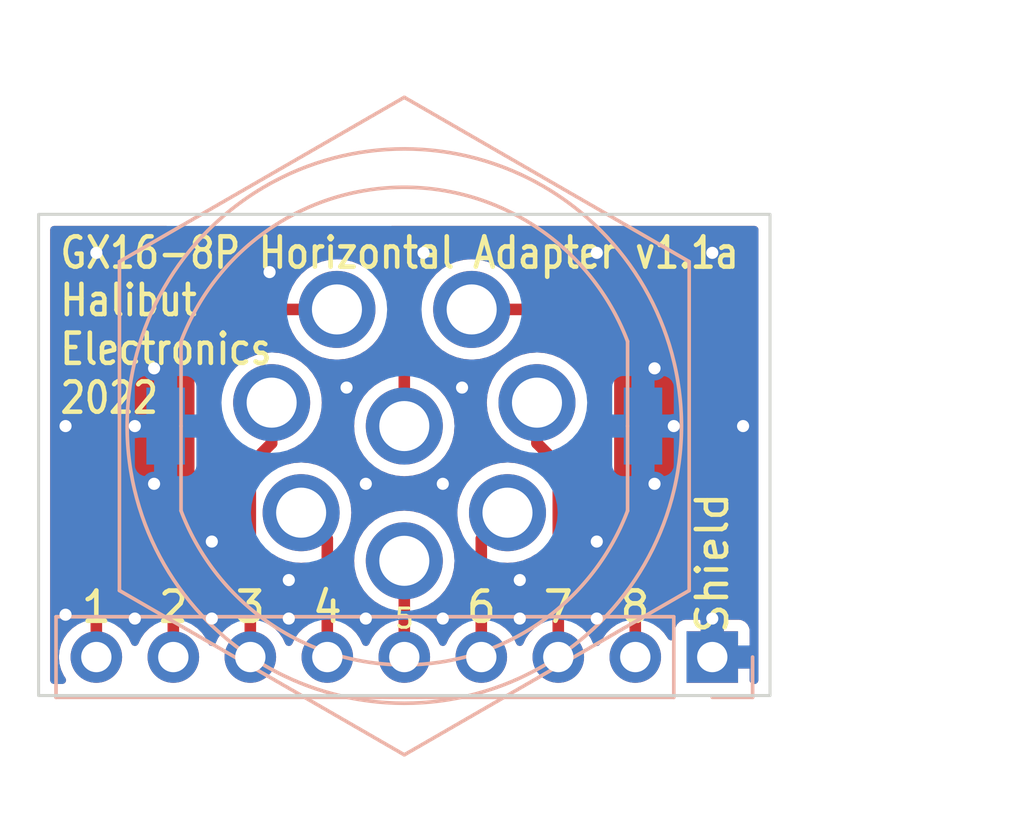
<source format=kicad_pcb>
(kicad_pcb (version 20211014) (generator pcbnew)
  (layers (0 "F.Cu" signal) (31 "B.Cu" signal) (34 "B.Paste" user) (35 "F.Paste" user) (36 "B.SilkS" user "B.Silkscreen") (37 "F.SilkS" user "F.Silkscreen") (38 "B.Mask" user) (39 "F.Mask" user) (44 "Edge.Cuts" user))
  (net 0 "")
  (net 1 "Net-(J1-Pad1)")
  (net 2 "Net-(J1-Pad2)")
  (net 3 "Net-(J1-Pad3)")
  (net 4 "Net-(J1-Pad4)")
  (net 5 "Net-(J1-Pad5)")
  (net 6 "Net-(J1-Pad6)")
  (net 7 "Net-(J1-Pad7)")
  (net 8 "Net-(J1-Pad8)")
  (net 9 "GND")
  (footprint "Libraries:Conn_GX16-8_8pin_Aviation" (layer "B.Cu") (at 127 63.5 180)
    (fp_text reference "J1" hide)
    (fp_text value "GX16")
    (fp_line (start 0 10.8458) (end -9.398 5.42544) (layer "B.SilkS") (width 0.12))
    (fp_line (start -9.398 -5.42544) (end -9.398 5.42544) (layer "B.SilkS") (width 0.12))
    (fp_line (start 0 10.8458) (end 9.398 5.42544) (layer "B.SilkS") (width 0.12))
    (fp_line (start 9.398 -5.42544) (end 9.398 5.42544) (layer "B.SilkS") (width 0.12))
    (fp_line (start 7.366 0) (end 7.366 2.794) (layer "B.SilkS") (width 0.12))
    (fp_line (start 7.366 0) (end 7.366 -2.794) (layer "B.SilkS") (width 0.12))
    (fp_line (start 0 -10.8458) (end 9.398 -5.42544) (layer "B.SilkS") (width 0.12))
    (fp_line (start -7.366 0) (end -7.366 -2.794) (layer "B.SilkS") (width 0.12))
    (fp_line (start -7.366 0) (end -7.366 2.794) (layer "B.SilkS") (width 0.12))
    (fp_line (start -9.398 -5.42544) (end 0 -10.8458) (layer "B.SilkS") (width 0.12))
    (fp_arc (start 7.365999 2.794) (mid 0 7.878095) (end -7.365999 2.794) (layer "B.SilkS") (width 0.12))
    (fp_arc (start -7.365999 -2.794) (mid 0 -7.878095) (end 7.365999 -2.794) (layer "B.SilkS") (width 0.12))
    (fp_circle (center 0 0) (end 9.144 0) (layer "B.SilkS") (width 0.12) (fill none))
    (pad "1" thru_hole circle (at -2.2225 3.8481 180) (size 2.54 2.54) (drill 1.651) (layers *.Cu *.Mask) (net 1 "Net-(J1-Pad1)"))
    (pad "2" thru_hole circle (at -4.37642 0.77216 180) (size 2.54 2.54) (drill 1.651) (layers *.Cu *.Mask) (net 2 "Net-(J1-Pad2)"))
    (pad "3" thru_hole circle (at -3.4036 -2.8575 180) (size 2.54 2.54) (drill 1.651) (layers *.Cu *.Mask) (net 3 "Net-(J1-Pad3)"))
    (pad "4" thru_hole circle (at 0 -4.445 180) (size 2.54 2.54) (drill 1.651) (layers *.Cu *.Mask) (net 4 "Net-(J1-Pad4)"))
    (pad "5" thru_hole circle (at 3.4036 -2.8575 180) (size 2.54 2.54) (drill 1.651) (layers *.Cu *.Mask) (net 5 "Net-(J1-Pad5)"))
    (pad "6" thru_hole circle (at 4.37642 0.77216 180) (size 2.54 2.54) (drill 1.651) (layers *.Cu *.Mask) (net 6 "Net-(J1-Pad6)"))
    (pad "7" thru_hole circle (at 2.2225 3.8481 180) (size 2.54 2.54) (drill 1.651) (layers *.Cu *.Mask) (net 7 "Net-(J1-Pad7)"))
    (pad "8" thru_hole circle (at 0 0 180) (size 2.54 2.54) (drill 1.651) (layers *.Cu *.Mask) (net 8 "Net-(J1-Pad8)"))
    (pad "MP" smd rect (at -7.874 0 180) (size 1.27 2.54) (layers "B.Cu" "B.Paste" "B.Mask") (net 9 "GND"))
    (pad "MP" smd rect (at 7.874 0 180) (size 1.27 2.54) (layers "B.Cu" "B.Paste" "B.Mask") (net 9 "GND"))
  )
  (footprint "Connector_PinHeader_2.54mm:PinHeader_1x09_P2.54mm_Vertical" (layer "B.Cu") (at 137.16 71.12 90)
    (fp_text reference "J2" hide)
    (fp_text value "Board Header")
    (fp_line (start -1.33 0) (end -1.33 1.33) (layer "B.SilkS") (width 0.12))
    (fp_line (start -1.33 -21.65) (end 1.33 -21.65) (layer "B.SilkS") (width 0.12))
    (fp_line (start -1.33 -1.27) (end 1.33 -1.27) (layer "B.SilkS") (width 0.12))
    (fp_line (start -1.33 -1.27) (end -1.33 -21.65) (layer "B.SilkS") (width 0.12))
    (fp_line (start 1.33 -1.27) (end 1.33 -21.65) (layer "B.SilkS") (width 0.12))
    (fp_line (start -1.33 1.33) (end 0 1.33) (layer "B.SilkS") (width 0.12))
    (pad "1" thru_hole rect (at 0 0 90) (size 1.7 1.7) (drill 1) (layers *.Cu *.Mask) (net 9 "GND"))
    (pad "2" thru_hole oval (at 0 -2.54 90) (size 1.7 1.7) (drill 1) (layers *.Cu *.Mask) (net 1 "Net-(J1-Pad1)"))
    (pad "3" thru_hole oval (at 0 -5.08 90) (size 1.7 1.7) (drill 1) (layers *.Cu *.Mask) (net 2 "Net-(J1-Pad2)"))
    (pad "4" thru_hole oval (at 0 -7.62 90) (size 1.7 1.7) (drill 1) (layers *.Cu *.Mask) (net 3 "Net-(J1-Pad3)"))
    (pad "5" thru_hole oval (at 0 -10.16 90) (size 1.7 1.7) (drill 1) (layers *.Cu *.Mask) (net 4 "Net-(J1-Pad4)"))
    (pad "6" thru_hole oval (at 0 -12.7 90) (size 1.7 1.7) (drill 1) (layers *.Cu *.Mask) (net 5 "Net-(J1-Pad5)"))
    (pad "7" thru_hole oval (at 0 -15.24 90) (size 1.7 1.7) (drill 1) (layers *.Cu *.Mask) (net 6 "Net-(J1-Pad6)"))
    (pad "8" thru_hole oval (at 0 -17.78 90) (size 1.7 1.7) (drill 1) (layers *.Cu *.Mask) (net 7 "Net-(J1-Pad7)"))
    (pad "9" thru_hole oval (at 0 -20.32 90) (size 1.7 1.7) (drill 1) (layers *.Cu *.Mask) (net 8 "Net-(J1-Pad8)"))
  )
  (gr_rect (start 139.065 72.39) (end 114.935 56.515) (layer "Edge.Cuts") (width 0.1) (fill none))
  (gr_text "Shield" (at 137.16 70.425 90) (layer "F.SilkS") (effects (font (size 1 1)) (justify left)))
  (gr_text "7" (at 132.08 69.469) (layer "F.SilkS") (effects (font (size 1 1))))
  (gr_text "1" (at 116.84 69.469) (layer "F.SilkS") (effects (font (size 1 1))))
  (gr_text "GX16-8P Horizontal Adapter v1.1a\n" (at 115.57 57.785) (layer "F.SilkS") (effects (font (size 1 0.8382)) (justify left)))
  (gr_text "Halibut\nElectronics\n2022" (at 115.57 60.96) (layer "F.SilkS") (effects (font (size 1 0.8382)) (justify left)))
  (gr_text "5" (at 127 69.85) (layer "F.SilkS") (effects (font (size 0.635 0.635) (thickness 0.1016))))
  (gr_text "4" (at 124.46 69.469) (layer "F.SilkS") (effects (font (size 1 1))))
  (gr_text "8" (at 134.608875 69.464072) (layer "F.SilkS") (effects (font (size 1 1))))
  (gr_text "6" (at 129.54 69.469) (layer "F.SilkS") (effects (font (size 1 1))))
  (gr_text "3" (at 121.92 69.469) (layer "F.SilkS") (effects (font (size 1 1))))
  (gr_text "2" (at 119.38 69.469) (layer "F.SilkS") (effects (font (size 1 1))))
  (segment (start 133.35 60.96) (end 133.35 65.405) (width 0.381) (layer "F.Cu") (net 1))
  (segment (start 132.0419 59.6519) (end 133.35 60.96) (width 0.381) (layer "F.Cu") (net 1))
  (segment (start 134.62 66.675) (end 134.62 71.755) (width 0.381) (layer "F.Cu") (net 1))
  (segment (start 133.35 65.405) (end 134.62 66.675) (width 0.381) (layer "F.Cu") (net 1))
  (segment (start 129.2225 59.6519) (end 132.0419 59.6519) (width 0.381) (layer "F.Cu") (net 1))
  (segment (start 131.37642 64.06642) (end 132.08 64.77) (width 0.381) (layer "F.Cu") (net 2))
  (segment (start 132.08 64.77) (end 132.08 71.755) (width 0.381) (layer "F.Cu") (net 2))
  (segment (start 131.37642 62.72784) (end 131.37642 64.06642) (width 0.381) (layer "F.Cu") (net 2))
  (segment (start 129.54 71.755) (end 129.54 67.2211) (width 0.381) (layer "F.Cu") (net 3))
  (segment (start 129.54 67.2211) (end 130.4036 66.3575) (width 0.381) (layer "F.Cu") (net 3))
  (segment (start 127 67.945) (end 127 71.755) (width 0.381) (layer "F.Cu") (net 4))
  (segment (start 124.46 67.2211) (end 123.5964 66.3575) (width 0.381) (layer "F.Cu") (net 5))
  (segment (start 124.46 71.755) (end 124.46 67.2211) (width 0.381) (layer "F.Cu") (net 5))
  (segment (start 121.92 64.77) (end 121.92 71.755) (width 0.381) (layer "F.Cu") (net 6))
  (segment (start 122.62358 62.72784) (end 122.62358 64.06642) (width 0.381) (layer "F.Cu") (net 6))
  (segment (start 122.62358 64.06642) (end 121.92 64.77) (width 0.381) (layer "F.Cu") (net 6))
  (segment (start 124.7775 59.6519) (end 121.9581 59.6519) (width 0.381) (layer "F.Cu") (net 7))
  (segment (start 120.65 60.96) (end 120.65 65.405) (width 0.381) (layer "F.Cu") (net 7))
  (segment (start 119.38 66.675) (end 119.38 71.755) (width 0.381) (layer "F.Cu") (net 7))
  (segment (start 120.65 65.405) (end 119.38 66.675) (width 0.381) (layer "F.Cu") (net 7))
  (segment (start 121.9581 59.6519) (end 120.65 60.96) (width 0.381) (layer "F.Cu") (net 7))
  (segment (start 116.84 60.325) (end 116.84 71.755) (width 0.381) (layer "F.Cu") (net 8))
  (segment (start 120.015 57.15) (end 116.84 60.325) (width 0.381) (layer "F.Cu") (net 8))
  (segment (start 127 63.5) (end 127 58.42) (width 0.381) (layer "F.Cu") (net 8))
  (segment (start 125.73 57.15) (end 120.015 57.15) (width 0.381) (layer "F.Cu") (net 8))
  (segment (start 127 58.42) (end 125.73 57.15) (width 0.381) (layer "F.Cu") (net 8))
  (via (at 116.84 57.785) (size 0.8) (drill 0.4) (layers "F.Cu" "B.Cu") (net 9))
  (via (at 128.27 65.405) (size 0.8) (drill 0.4) (layers "F.Cu" "B.Cu") (net 9))
  (via (at 118.11 69.85) (size 0.8) (drill 0.4) (layers "F.Cu" "B.Cu") (net 9))
  (via (at 127.635 57.785) (size 0.8) (drill 0.4) (layers "F.Cu" "B.Cu") (net 9))
  (via (at 123.19 69.85) (size 0.8) (drill 0.4) (layers "F.Cu" "B.Cu") (net 9))
  (via (at 137.16 69.85) (size 0.8) (drill 0.4) (layers "F.Cu" "B.Cu") (net 9))
  (via (at 135.89 63.5) (size 0.8) (drill 0.4) (layers "F.Cu" "B.Cu") (net 9))
  (via (at 138.176 63.5) (size 0.8) (drill 0.4) (layers "F.Cu" "B.Cu") (net 9))
  (via (at 120.65 69.85) (size 0.8) (drill 0.4) (layers "F.Cu" "B.Cu") (net 9))
  (via (at 118.745 65.405) (size 0.8) (drill 0.4) (layers "F.Cu" "B.Cu") (net 9))
  (via (at 133.35 69.85) (size 0.8) (drill 0.4) (layers "F.Cu" "B.Cu") (net 9))
  (via (at 137.16 57.785) (size 0.8) (drill 0.4) (layers "F.Cu" "B.Cu") (net 9))
  (via (at 135.255 65.405) (size 0.8) (drill 0.4) (layers "F.Cu" "B.Cu") (net 9))
  (via (at 118.745 61.595) (size 0.8) (drill 0.4) (layers "F.Cu" "B.Cu") (net 9))
  (via (at 128.27 69.85) (size 0.8) (drill 0.4) (layers "F.Cu" "B.Cu") (net 9))
  (via (at 133.35 57.785) (size 0.8) (drill 0.4) (layers "F.Cu" "B.Cu") (net 9))
  (via (at 118.11 63.5) (size 0.8) (drill 0.4) (layers "F.Cu" "B.Cu") (net 9))
  (via (at 130.81 69.85) (size 0.8) (drill 0.4) (layers "F.Cu" "B.Cu") (net 9))
  (via (at 122.555 58.42) (size 0.8) (drill 0.4) (layers "F.Cu" "B.Cu") (net 9))
  (via (at 135.255 61.595) (size 0.8) (drill 0.4) (layers "F.Cu" "B.Cu") (net 9))
  (via (at 125.095 62.23) (size 0.8) (drill 0.4) (layers "F.Cu" "B.Cu") (net 9))
  (via (at 125.73 69.85) (size 0.8) (drill 0.4) (layers "F.Cu" "B.Cu") (net 9))
  (via (at 128.905 62.23) (size 0.8) (drill 0.4) (layers "F.Cu" "B.Cu") (net 9))
  (via (at 130.81 68.58) (size 0.8) (drill 0.4) (layers "F.Cu" "B.Cu") (net 9))
  (via (at 125.73 65.405) (size 0.8) (drill 0.4) (layers "F.Cu" "B.Cu") (net 9))
  (via (at 133.35 67.31) (size 0.8) (drill 0.4) (layers "F.Cu" "B.Cu") (net 9))
  (via (at 115.824 63.5) (size 0.8) (drill 0.4) (layers "F.Cu" "B.Cu") (net 9))
  (via (at 115.824 69.723) (size 0.8) (drill 0.4) (layers "F.Cu" "B.Cu") (net 9))
  (via (at 120.65 67.31) (size 0.8) (drill 0.4) (layers "F.Cu" "B.Cu") (net 9))
  (via (at 123.19 68.58) (size 0.8) (drill 0.4) (layers "F.Cu" "B.Cu") (net 9))
  (zone (net 9) (net_name "GND") (layers F&B.Cu) (connect_pads (clearance 0.381)) (min_thickness 0.254) (fill yes (thermal_gap 0.381) (thermal_bridge_width 0.762))
    (polygon (pts (xy 139.7 74.93) (xy 114.3 74.93) (xy 114.3 53.34) (xy 139.7 53.34)))
  )
)
</source>
